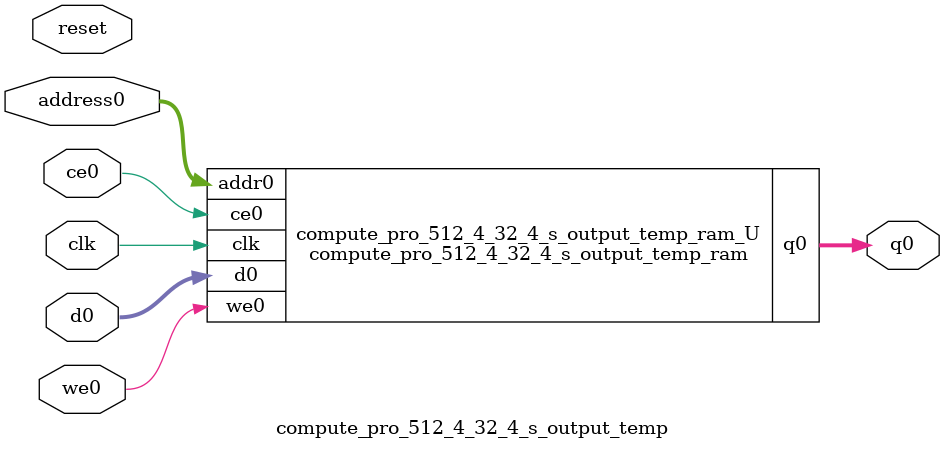
<source format=v>
`timescale 1 ns / 1 ps
module compute_pro_512_4_32_4_s_output_temp_ram (addr0, ce0, d0, we0, q0,  clk);

parameter DWIDTH = 16;
parameter AWIDTH = 2;
parameter MEM_SIZE = 4;

input[AWIDTH-1:0] addr0;
input ce0;
input[DWIDTH-1:0] d0;
input we0;
output reg[DWIDTH-1:0] q0;
input clk;

(* ram_style = "distributed" *)reg [DWIDTH-1:0] ram[0:MEM_SIZE-1];




always @(posedge clk)  
begin 
    if (ce0) 
    begin
        if (we0) 
        begin 
            ram[addr0] <= d0; 
        end 
        q0 <= ram[addr0];
    end
end


endmodule

`timescale 1 ns / 1 ps
module compute_pro_512_4_32_4_s_output_temp(
    reset,
    clk,
    address0,
    ce0,
    we0,
    d0,
    q0);

parameter DataWidth = 32'd16;
parameter AddressRange = 32'd4;
parameter AddressWidth = 32'd2;
input reset;
input clk;
input[AddressWidth - 1:0] address0;
input ce0;
input we0;
input[DataWidth - 1:0] d0;
output[DataWidth - 1:0] q0;



compute_pro_512_4_32_4_s_output_temp_ram compute_pro_512_4_32_4_s_output_temp_ram_U(
    .clk( clk ),
    .addr0( address0 ),
    .ce0( ce0 ),
    .we0( we0 ),
    .d0( d0 ),
    .q0( q0 ));

endmodule


</source>
